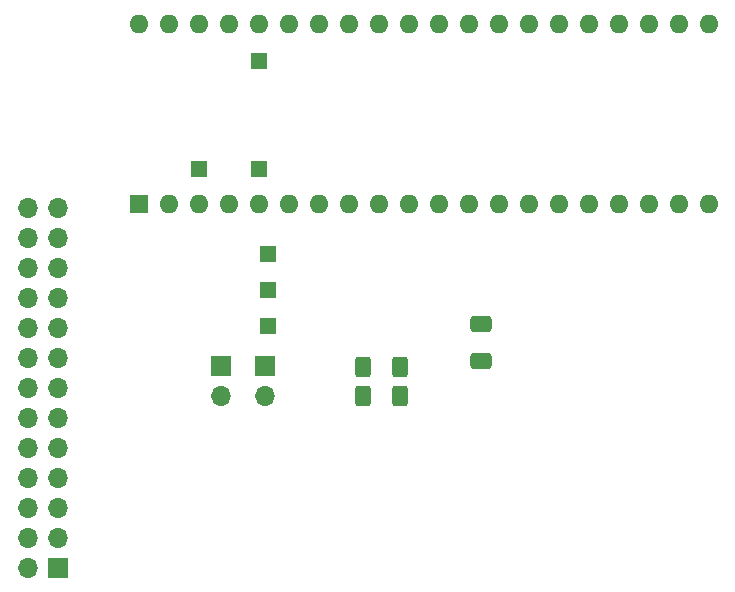
<source format=gbr>
%TF.GenerationSoftware,KiCad,Pcbnew,7.0.9-7.0.9~ubuntu20.04.1*%
%TF.CreationDate,2023-12-26T20:59:23+01:00*%
%TF.ProjectId,6303_FP,36333033-5f46-4502-9e6b-696361645f70,rev?*%
%TF.SameCoordinates,Original*%
%TF.FileFunction,Soldermask,Bot*%
%TF.FilePolarity,Negative*%
%FSLAX46Y46*%
G04 Gerber Fmt 4.6, Leading zero omitted, Abs format (unit mm)*
G04 Created by KiCad (PCBNEW 7.0.9-7.0.9~ubuntu20.04.1) date 2023-12-26 20:59:23*
%MOMM*%
%LPD*%
G01*
G04 APERTURE LIST*
G04 Aperture macros list*
%AMRoundRect*
0 Rectangle with rounded corners*
0 $1 Rounding radius*
0 $2 $3 $4 $5 $6 $7 $8 $9 X,Y pos of 4 corners*
0 Add a 4 corners polygon primitive as box body*
4,1,4,$2,$3,$4,$5,$6,$7,$8,$9,$2,$3,0*
0 Add four circle primitives for the rounded corners*
1,1,$1+$1,$2,$3*
1,1,$1+$1,$4,$5*
1,1,$1+$1,$6,$7*
1,1,$1+$1,$8,$9*
0 Add four rect primitives between the rounded corners*
20,1,$1+$1,$2,$3,$4,$5,0*
20,1,$1+$1,$4,$5,$6,$7,0*
20,1,$1+$1,$6,$7,$8,$9,0*
20,1,$1+$1,$8,$9,$2,$3,0*%
G04 Aperture macros list end*
%ADD10R,1.700000X1.700000*%
%ADD11O,1.700000X1.700000*%
%ADD12R,1.350000X1.350000*%
%ADD13R,1.600000X1.600000*%
%ADD14O,1.600000X1.600000*%
%ADD15RoundRect,0.250000X0.650000X-0.412500X0.650000X0.412500X-0.650000X0.412500X-0.650000X-0.412500X0*%
%ADD16RoundRect,0.250000X0.400000X0.625000X-0.400000X0.625000X-0.400000X-0.625000X0.400000X-0.625000X0*%
G04 APERTURE END LIST*
D10*
%TO.C,JP1*%
X180746400Y-66492200D03*
D11*
X180746400Y-69032200D03*
%TD*%
D12*
%TO.C,J4*%
X183896000Y-40640000D03*
%TD*%
D13*
%TO.C,U3*%
X173736000Y-52730400D03*
D14*
X176276000Y-52730400D03*
X178816000Y-52730400D03*
X181356000Y-52730400D03*
X183896000Y-52730400D03*
X186436000Y-52730400D03*
X188976000Y-52730400D03*
X191516000Y-52730400D03*
X194056000Y-52730400D03*
X196596000Y-52730400D03*
X199136000Y-52730400D03*
X201676000Y-52730400D03*
X204216000Y-52730400D03*
X206756000Y-52730400D03*
X209296000Y-52730400D03*
X211836000Y-52730400D03*
X214376000Y-52730400D03*
X216916000Y-52730400D03*
X219456000Y-52730400D03*
X221996000Y-52730400D03*
X221996000Y-37490400D03*
X219456000Y-37490400D03*
X216916000Y-37490400D03*
X214376000Y-37490400D03*
X211836000Y-37490400D03*
X209296000Y-37490400D03*
X206756000Y-37490400D03*
X204216000Y-37490400D03*
X201676000Y-37490400D03*
X199136000Y-37490400D03*
X196596000Y-37490400D03*
X194056000Y-37490400D03*
X191516000Y-37490400D03*
X188976000Y-37490400D03*
X186436000Y-37490400D03*
X183896000Y-37490400D03*
X181356000Y-37490400D03*
X178816000Y-37490400D03*
X176276000Y-37490400D03*
X173736000Y-37490400D03*
%TD*%
D10*
%TO.C,J1*%
X166878000Y-83566000D03*
D11*
X164338000Y-83566000D03*
X166878000Y-81026000D03*
X164338000Y-81026000D03*
X166878000Y-78486000D03*
X164338000Y-78486000D03*
X166878000Y-75946000D03*
X164338000Y-75946000D03*
X166878000Y-73406000D03*
X164338000Y-73406000D03*
X166878000Y-70866000D03*
X164338000Y-70866000D03*
X166878000Y-68326000D03*
X164338000Y-68326000D03*
X166878000Y-65786000D03*
X164338000Y-65786000D03*
X166878000Y-63246000D03*
X164338000Y-63246000D03*
X166878000Y-60706000D03*
X164338000Y-60706000D03*
X166878000Y-58166000D03*
X164338000Y-58166000D03*
X166878000Y-55626000D03*
X164338000Y-55626000D03*
X166878000Y-53086000D03*
X164338000Y-53086000D03*
%TD*%
D10*
%TO.C,JP2*%
X184404000Y-66492200D03*
D11*
X184404000Y-69032200D03*
%TD*%
D12*
%TO.C,J7*%
X184708800Y-56997600D03*
%TD*%
%TO.C,J6*%
X183896000Y-49784000D03*
%TD*%
%TO.C,J9*%
X184708800Y-60045600D03*
%TD*%
%TO.C,J8*%
X184708800Y-63093600D03*
%TD*%
%TO.C,J3*%
X178816000Y-49784000D03*
%TD*%
D15*
%TO.C,C1*%
X202692000Y-66040000D03*
X202692000Y-62915000D03*
%TD*%
D16*
%TO.C,R1*%
X195860000Y-66548000D03*
X192760000Y-66548000D03*
%TD*%
%TO.C,R2*%
X195860000Y-68974000D03*
X192760000Y-68974000D03*
%TD*%
M02*

</source>
